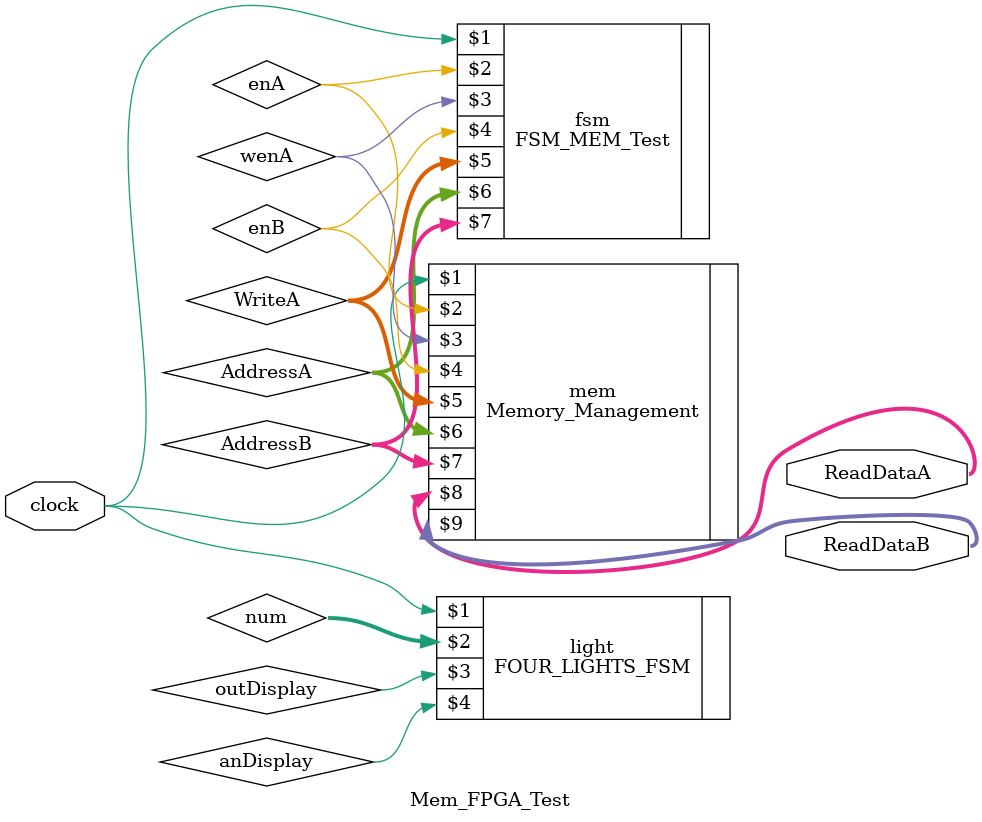
<source format=v>
`timescale 1ns / 1ps
module Mem_FPGA_Test(
	 input clock,
	// output [3:0] anDisplay,
   // output [7:0] outDisplay
    output [15:0] ReadDataA,
    output [15:0] ReadDataB
    );
	 wire [15:0]memOutA;
	 wire [15:0]memOutB;
	wire [15:0] ReadDataA;
	wire [15:0] ReadDataB;
	wire [15:0] num;
	wire enA;
	wire wenA;
	wire enB;
	wire [15:0]WriteA;
	wire [32767:0]AddressA;
	wire [32767:0]AddressB;
	
	 FSM_MEM_Test fsm(clock,enA,wenA,enB,WriteA,AddressA,AddressB);
	 Memory_Management mem(clock,enA,wenA,enB,WriteA,AddressA,AddressB,ReadDataA,ReadDataB);
	 FOUR_LIGHTS_FSM light(clock, num, outDisplay, anDisplay);
	 
endmodule

</source>
